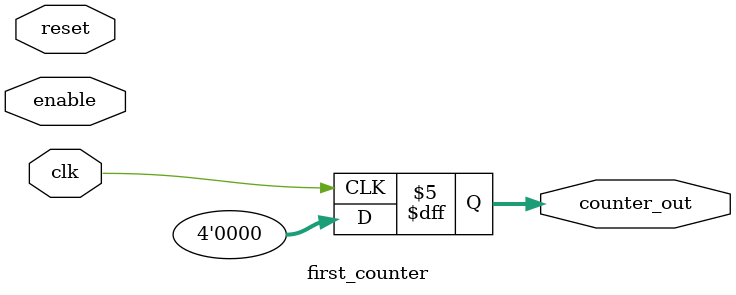
<source format=v>
module first_counter(
    clk,
    reset,
    enable,
    counter_out
);// End of port list
//----------------Input Ports---------------
input clk;
input reset;
input enable;
//----------------Output Ports--------------
output[3:0] counter_out;
//----------------Input ports Data Type-----
//By rule all the input ports should be wires
wire clk;
wire reset;
wire enable;
//----------------Output ports data type----
//Output port can be a storage element(reg) or a wire
reg[3:0] counter_out;

//---------------Code starts here-----------
always@(posedge clk)
begin: COUNTER //block name
    //At every rising edge of clock we check if reset is active
    //If active, we load the counter output with 4'b0000
    if(clk==1'b1) begin
        counter_out <= #1 4'b0000;
    end
    //If enable is active, we increment the counter
    else if(enable == 1'b1) begin
        counter_out <= #1 counter_out + 1;
    end
end // End of block COUNTER

endmodule // End of module counter


</source>
